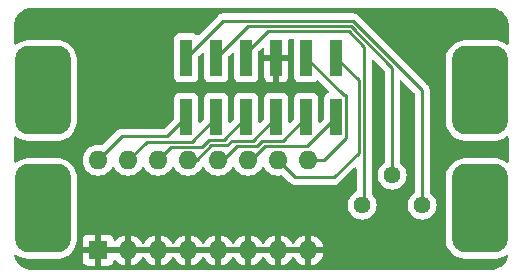
<source format=gbr>
%TF.GenerationSoftware,KiCad,Pcbnew,(6.0.11)*%
%TF.CreationDate,2024-01-24T12:45:58+00:00*%
%TF.ProjectId,Econet_ID_Extender_External,45636f6e-6574-45f4-9944-5f457874656e,rev?*%
%TF.SameCoordinates,Original*%
%TF.FileFunction,Copper,L2,Bot*%
%TF.FilePolarity,Positive*%
%FSLAX46Y46*%
G04 Gerber Fmt 4.6, Leading zero omitted, Abs format (unit mm)*
G04 Created by KiCad (PCBNEW (6.0.11)) date 2024-01-24 12:45:58*
%MOMM*%
%LPD*%
G01*
G04 APERTURE LIST*
G04 Aperture macros list*
%AMRoundRect*
0 Rectangle with rounded corners*
0 $1 Rounding radius*
0 $2 $3 $4 $5 $6 $7 $8 $9 X,Y pos of 4 corners*
0 Add a 4 corners polygon primitive as box body*
4,1,4,$2,$3,$4,$5,$6,$7,$8,$9,$2,$3,0*
0 Add four circle primitives for the rounded corners*
1,1,$1+$1,$2,$3*
1,1,$1+$1,$4,$5*
1,1,$1+$1,$6,$7*
1,1,$1+$1,$8,$9*
0 Add four rect primitives between the rounded corners*
20,1,$1+$1,$2,$3,$4,$5,0*
20,1,$1+$1,$4,$5,$6,$7,0*
20,1,$1+$1,$6,$7,$8,$9,0*
20,1,$1+$1,$8,$9,$2,$3,0*%
G04 Aperture macros list end*
%TA.AperFunction,ComponentPad*%
%ADD10RoundRect,1.190500X-1.190500X-2.559500X1.190500X-2.559500X1.190500X2.559500X-1.190500X2.559500X0*%
%TD*%
%TA.AperFunction,ComponentPad*%
%ADD11C,1.440000*%
%TD*%
%TA.AperFunction,ComponentPad*%
%ADD12R,1.600000X1.600000*%
%TD*%
%TA.AperFunction,ComponentPad*%
%ADD13O,1.600000X1.600000*%
%TD*%
%TA.AperFunction,SMDPad,CuDef*%
%ADD14R,1.000000X3.150000*%
%TD*%
%TA.AperFunction,Conductor*%
%ADD15C,0.250000*%
%TD*%
G04 APERTURE END LIST*
D10*
%TO.P,,*%
%TO.N,*%
X166767889Y-101530000D03*
%TD*%
%TO.P,,*%
%TO.N,*%
X129757889Y-101530000D03*
%TD*%
D11*
%TO.P,RV1,1,1*%
%TO.N,/E_AUD3*%
X161880000Y-101250782D03*
%TO.P,RV1,2,2*%
%TO.N,/E_AUD2*%
X159340000Y-98710782D03*
%TO.P,RV1,3,3*%
%TO.N,/E_AUD1*%
X156800000Y-101250782D03*
%TD*%
D12*
%TO.P,SW1,1*%
%TO.N,/E_GND*%
X134447496Y-105065782D03*
D13*
%TO.P,SW1,2*%
X136987496Y-105065782D03*
%TO.P,SW1,3*%
X139527496Y-105065782D03*
%TO.P,SW1,4*%
X142067496Y-105065782D03*
%TO.P,SW1,5*%
X144607496Y-105065782D03*
%TO.P,SW1,6*%
X147147496Y-105065782D03*
%TO.P,SW1,7*%
X149687496Y-105065782D03*
%TO.P,SW1,8*%
X152227496Y-105065782D03*
%TO.P,SW1,9*%
%TO.N,/E_SID_7*%
X152227496Y-97445782D03*
%TO.P,SW1,10*%
%TO.N,/E_SID_6*%
X149687496Y-97445782D03*
%TO.P,SW1,11*%
%TO.N,/E_SID_5*%
X147147496Y-97445782D03*
%TO.P,SW1,12*%
%TO.N,/E_SID_4*%
X144607496Y-97445782D03*
%TO.P,SW1,13*%
%TO.N,/E_SID_3*%
X142067496Y-97445782D03*
%TO.P,SW1,14*%
%TO.N,/E_SID_2*%
X139527496Y-97445782D03*
%TO.P,SW1,15*%
%TO.N,/E_SID_1*%
X136987496Y-97445782D03*
%TO.P,SW1,16*%
%TO.N,/E_SID_0*%
X134447496Y-97445782D03*
%TD*%
D10*
%TO.P,,*%
%TO.N,*%
X129757889Y-91530000D03*
%TD*%
%TO.P,,*%
%TO.N,*%
X166767889Y-91530000D03*
%TD*%
D14*
%TO.P,J1,1,Pin_1*%
%TO.N,/E_AUD3*%
X141912889Y-88773532D03*
%TO.P,J1,2,Pin_2*%
%TO.N,/E_SID_0*%
X141912889Y-93823532D03*
%TO.P,J1,3,Pin_3*%
%TO.N,/E_AUD2*%
X144452889Y-88773532D03*
%TO.P,J1,4,Pin_4*%
%TO.N,/E_SID_1*%
X144452889Y-93823532D03*
%TO.P,J1,5,Pin_5*%
%TO.N,/E_AUD1*%
X146992889Y-88773532D03*
%TO.P,J1,6,Pin_6*%
%TO.N,/E_SID_2*%
X146992889Y-93823532D03*
%TO.P,J1,7,Pin_7*%
%TO.N,/E_GND*%
X149532889Y-88773532D03*
%TO.P,J1,8,Pin_8*%
%TO.N,/E_SID_3*%
X149532889Y-93823532D03*
%TO.P,J1,9,Pin_9*%
%TO.N,/E_SID_7*%
X152072889Y-88773532D03*
%TO.P,J1,10,Pin_10*%
%TO.N,/E_SID_4*%
X152072889Y-93823532D03*
%TO.P,J1,11,Pin_11*%
%TO.N,/E_SID_6*%
X154612889Y-88773532D03*
%TO.P,J1,12,Pin_12*%
%TO.N,/E_SID_5*%
X154612889Y-93823532D03*
%TD*%
D15*
%TO.N,/E_AUD1*%
X156970000Y-101080782D02*
X156800000Y-101250782D01*
X156970000Y-87870000D02*
X156970000Y-101080782D01*
%TO.N,/E_AUD2*%
X159352496Y-89616806D02*
X159340000Y-89629302D01*
X159340000Y-89629302D02*
X159340000Y-98710782D01*
%TO.N,/E_AUD3*%
X161880000Y-91533612D02*
X161880000Y-101250782D01*
X161892496Y-91521116D02*
X161880000Y-91533612D01*
%TO.N,/E_AUD1*%
X156970000Y-101123278D02*
X156812496Y-101280782D01*
X146992889Y-88773532D02*
X146992889Y-88347111D01*
X155650000Y-86550000D02*
X156970000Y-87870000D01*
X146992889Y-88347111D02*
X148790000Y-86550000D01*
X148790000Y-86550000D02*
X155650000Y-86550000D01*
%TO.N,/E_AUD2*%
X147125922Y-86100499D02*
X155836189Y-86100499D01*
X144452889Y-88773532D02*
X147125922Y-86100499D01*
X155836189Y-86100499D02*
X159352496Y-89616806D01*
%TO.N,/E_AUD3*%
X156022378Y-85650998D02*
X161892496Y-91521116D01*
X141912889Y-88773532D02*
X145035423Y-85650998D01*
X145035423Y-85650998D02*
X156022378Y-85650998D01*
%TO.N,/E_SID_7*%
X155437889Y-95562111D02*
X153554218Y-97445782D01*
X155437889Y-91923532D02*
X155437889Y-95562111D01*
X152072889Y-88773532D02*
X155222889Y-91923532D01*
X155222889Y-91923532D02*
X155437889Y-91923532D01*
X153554218Y-97445782D02*
X152227496Y-97445782D01*
%TO.N,/E_SID_6*%
X154612889Y-88773532D02*
X156510000Y-90670643D01*
X151151714Y-98910000D02*
X149687496Y-97445782D01*
X156510000Y-96800000D02*
X154400000Y-98910000D01*
X154400000Y-98910000D02*
X151151714Y-98910000D01*
X156510000Y-90670643D02*
X156510000Y-96800000D01*
%TO.N,/E_SID_5*%
X152166421Y-96270000D02*
X148542801Y-96270000D01*
X154612889Y-93823532D02*
X152166421Y-96270000D01*
X148542801Y-96270000D02*
X147367019Y-97445782D01*
X147367019Y-97445782D02*
X147147496Y-97445782D01*
%TO.N,/E_SID_4*%
X148356612Y-95820499D02*
X147897111Y-96280000D01*
X150075922Y-95820499D02*
X148356612Y-95820499D01*
X147897111Y-96280000D02*
X146200000Y-96280000D01*
X145034218Y-97445782D02*
X144607496Y-97445782D01*
X152072889Y-93823532D02*
X150075922Y-95820499D01*
X146200000Y-96280000D02*
X145034218Y-97445782D01*
%TO.N,/E_SID_3*%
X145768172Y-95830499D02*
X145398671Y-96200000D01*
X145398671Y-96200000D02*
X144030000Y-96200000D01*
X144030000Y-96200000D02*
X142784218Y-97445782D01*
X142784218Y-97445782D02*
X142067496Y-97445782D01*
X147525922Y-95830499D02*
X145768172Y-95830499D01*
X149532889Y-93823532D02*
X147525922Y-95830499D01*
%TO.N,/E_SID_2*%
X143843811Y-95750499D02*
X143273528Y-96320782D01*
X143273528Y-96320782D02*
X140652496Y-96320782D01*
X146992889Y-93823532D02*
X145065922Y-95750499D01*
X145065922Y-95750499D02*
X143843811Y-95750499D01*
X140652496Y-96320782D02*
X139527496Y-97445782D01*
%TO.N,/E_SID_1*%
X144452889Y-93823532D02*
X142405140Y-95871281D01*
X142405140Y-95871281D02*
X138561997Y-95871281D01*
X138561997Y-95871281D02*
X136987496Y-97445782D01*
%TO.N,/E_SID_0*%
X136473278Y-95420000D02*
X134447496Y-97445782D01*
X140316421Y-95420000D02*
X136473278Y-95420000D01*
X141912889Y-93823532D02*
X140316421Y-95420000D01*
%TD*%
%TA.AperFunction,Conductor*%
%TO.N,/E_GND*%
G36*
X167685805Y-84545782D02*
G01*
X167700638Y-84548092D01*
X167700642Y-84548092D01*
X167709511Y-84549473D01*
X167724768Y-84547478D01*
X167750088Y-84546735D01*
X167868844Y-84555228D01*
X167919052Y-84558819D01*
X167936847Y-84561377D01*
X168127177Y-84602780D01*
X168144426Y-84607845D01*
X168145370Y-84608197D01*
X168326926Y-84675914D01*
X168343267Y-84683376D01*
X168514233Y-84776733D01*
X168529348Y-84786448D01*
X168685270Y-84903172D01*
X168698857Y-84914945D01*
X168836583Y-85052677D01*
X168848356Y-85066264D01*
X168965081Y-85222196D01*
X168974800Y-85237321D01*
X169068138Y-85408268D01*
X169075606Y-85424621D01*
X169143670Y-85607124D01*
X169148733Y-85624370D01*
X169190131Y-85814705D01*
X169192688Y-85832491D01*
X169204279Y-85994639D01*
X169203572Y-86011637D01*
X169203583Y-86011637D01*
X169203473Y-86020613D01*
X169202091Y-86029485D01*
X169203255Y-86038389D01*
X169206219Y-86061063D01*
X169207282Y-86077395D01*
X169207282Y-87530707D01*
X169187280Y-87598828D01*
X169133624Y-87645321D01*
X169063350Y-87655425D01*
X169006778Y-87632320D01*
X168858848Y-87523852D01*
X168654586Y-87417293D01*
X168633909Y-87406506D01*
X168633904Y-87406504D01*
X168629666Y-87404293D01*
X168385037Y-87320776D01*
X168380323Y-87319932D01*
X168380319Y-87319931D01*
X168264396Y-87299178D01*
X168130589Y-87275223D01*
X168104921Y-87273923D01*
X168058682Y-87271580D01*
X168058665Y-87271580D01*
X168057094Y-87271500D01*
X166797467Y-87271500D01*
X165478685Y-87271501D01*
X165402231Y-87275526D01*
X165398312Y-87276235D01*
X165398309Y-87276235D01*
X165152574Y-87320672D01*
X165152573Y-87320672D01*
X165147863Y-87321524D01*
X164903379Y-87405467D01*
X164674407Y-87525426D01*
X164670557Y-87528259D01*
X164670551Y-87528263D01*
X164470063Y-87675805D01*
X164470057Y-87675810D01*
X164466213Y-87678639D01*
X164283591Y-87861581D01*
X164130741Y-88070041D01*
X164128528Y-88074283D01*
X164044939Y-88234515D01*
X164011182Y-88299223D01*
X163927665Y-88543852D01*
X163882112Y-88798300D01*
X163878389Y-88871795D01*
X163878390Y-94188204D01*
X163882415Y-94264658D01*
X163928413Y-94519026D01*
X164012356Y-94763510D01*
X164132315Y-94992482D01*
X164135148Y-94996332D01*
X164135152Y-94996338D01*
X164282694Y-95196826D01*
X164282699Y-95196832D01*
X164285528Y-95200676D01*
X164468470Y-95383298D01*
X164676930Y-95536148D01*
X164681172Y-95538361D01*
X164901869Y-95653494D01*
X164901874Y-95653496D01*
X164906112Y-95655707D01*
X165150741Y-95739224D01*
X165155455Y-95740068D01*
X165155459Y-95740069D01*
X165269248Y-95760440D01*
X165405189Y-95784777D01*
X165430857Y-95786077D01*
X165477096Y-95788420D01*
X165477113Y-95788420D01*
X165478684Y-95788500D01*
X166738311Y-95788500D01*
X168057093Y-95788499D01*
X168133547Y-95784474D01*
X168137466Y-95783765D01*
X168137469Y-95783765D01*
X168383204Y-95739328D01*
X168383205Y-95739328D01*
X168387915Y-95738476D01*
X168632399Y-95654533D01*
X168861371Y-95534574D01*
X169006600Y-95427698D01*
X169073321Y-95403432D01*
X169142569Y-95419090D01*
X169192359Y-95469701D01*
X169207282Y-95529180D01*
X169207282Y-97530707D01*
X169187280Y-97598828D01*
X169133624Y-97645321D01*
X169063350Y-97655425D01*
X169006778Y-97632320D01*
X168858848Y-97523852D01*
X168854606Y-97521639D01*
X168633909Y-97406506D01*
X168633904Y-97406504D01*
X168629666Y-97404293D01*
X168385037Y-97320776D01*
X168380323Y-97319932D01*
X168380319Y-97319931D01*
X168264396Y-97299178D01*
X168130589Y-97275223D01*
X168104921Y-97273923D01*
X168058682Y-97271580D01*
X168058665Y-97271580D01*
X168057094Y-97271500D01*
X166797467Y-97271500D01*
X165478685Y-97271501D01*
X165402231Y-97275526D01*
X165398312Y-97276235D01*
X165398309Y-97276235D01*
X165152574Y-97320672D01*
X165152573Y-97320672D01*
X165147863Y-97321524D01*
X164903379Y-97405467D01*
X164674407Y-97525426D01*
X164670557Y-97528259D01*
X164670551Y-97528263D01*
X164470063Y-97675805D01*
X164470057Y-97675810D01*
X164466213Y-97678639D01*
X164283591Y-97861581D01*
X164130741Y-98070041D01*
X164128528Y-98074283D01*
X164013918Y-98293979D01*
X164011182Y-98299223D01*
X163927665Y-98543852D01*
X163882112Y-98798300D01*
X163878389Y-98871795D01*
X163878390Y-104188204D01*
X163882415Y-104264658D01*
X163883124Y-104268577D01*
X163883124Y-104268580D01*
X163925267Y-104501627D01*
X163928413Y-104519026D01*
X164012356Y-104763510D01*
X164132315Y-104992482D01*
X164135148Y-104996332D01*
X164135152Y-104996338D01*
X164282694Y-105196826D01*
X164282699Y-105196832D01*
X164285528Y-105200676D01*
X164468470Y-105383298D01*
X164676930Y-105536148D01*
X164681172Y-105538361D01*
X164901869Y-105653494D01*
X164901874Y-105653496D01*
X164906112Y-105655707D01*
X165150741Y-105739224D01*
X165155455Y-105740068D01*
X165155459Y-105740069D01*
X165271382Y-105760822D01*
X165405189Y-105784777D01*
X165430857Y-105786077D01*
X165477096Y-105788420D01*
X165477113Y-105788420D01*
X165478684Y-105788500D01*
X166738311Y-105788500D01*
X168057093Y-105788499D01*
X168133547Y-105784474D01*
X168137466Y-105783765D01*
X168137469Y-105783765D01*
X168383204Y-105739328D01*
X168383205Y-105739328D01*
X168387915Y-105738476D01*
X168632399Y-105654533D01*
X168861371Y-105534574D01*
X168865221Y-105531741D01*
X168865227Y-105531737D01*
X168965357Y-105458049D01*
X168966597Y-105457137D01*
X169033316Y-105432871D01*
X169102565Y-105448529D01*
X169152355Y-105499139D01*
X169166879Y-105568634D01*
X169164399Y-105585400D01*
X169159180Y-105609395D01*
X169148786Y-105657181D01*
X169148785Y-105657184D01*
X169143723Y-105674426D01*
X169101209Y-105788411D01*
X169075651Y-105856935D01*
X169068183Y-105873287D01*
X168974836Y-106044241D01*
X168965117Y-106059364D01*
X168848383Y-106215304D01*
X168836609Y-106228891D01*
X168698891Y-106366609D01*
X168685304Y-106378383D01*
X168529364Y-106495117D01*
X168514241Y-106504836D01*
X168343287Y-106598183D01*
X168326934Y-106605651D01*
X168144426Y-106673723D01*
X168127191Y-106678783D01*
X167936853Y-106720187D01*
X167919060Y-106722745D01*
X167757182Y-106734322D01*
X167739224Y-106733575D01*
X167730939Y-106733473D01*
X167722063Y-106732091D01*
X167713160Y-106733255D01*
X167713153Y-106733255D01*
X167690493Y-106736218D01*
X167674157Y-106737282D01*
X128859364Y-106737282D01*
X128839979Y-106735782D01*
X128825146Y-106733472D01*
X128825142Y-106733472D01*
X128816273Y-106732091D01*
X128801016Y-106734086D01*
X128775697Y-106734829D01*
X128606716Y-106722742D01*
X128588933Y-106720185D01*
X128398597Y-106678780D01*
X128381353Y-106673716D01*
X128198850Y-106605645D01*
X128182501Y-106598178D01*
X128011559Y-106504836D01*
X128011549Y-106504831D01*
X127996434Y-106495118D01*
X127840489Y-106378378D01*
X127826910Y-106366611D01*
X127794049Y-106333749D01*
X127689179Y-106228878D01*
X127677406Y-106215291D01*
X127560679Y-106059360D01*
X127550960Y-106044236D01*
X127477910Y-105910451D01*
X133139497Y-105910451D01*
X133139867Y-105917272D01*
X133145391Y-105968134D01*
X133149017Y-105983386D01*
X133194172Y-106103836D01*
X133202710Y-106119431D01*
X133279211Y-106221506D01*
X133291772Y-106234067D01*
X133393847Y-106310568D01*
X133409442Y-106319106D01*
X133529890Y-106364260D01*
X133545145Y-106367887D01*
X133596010Y-106373413D01*
X133602824Y-106373782D01*
X134175381Y-106373782D01*
X134190620Y-106369307D01*
X134191825Y-106367917D01*
X134193496Y-106360234D01*
X134193496Y-106355666D01*
X134701496Y-106355666D01*
X134705971Y-106370905D01*
X134707361Y-106372110D01*
X134715044Y-106373781D01*
X135292165Y-106373781D01*
X135298986Y-106373411D01*
X135349848Y-106367887D01*
X135365100Y-106364261D01*
X135485550Y-106319106D01*
X135501145Y-106310568D01*
X135603220Y-106234067D01*
X135615781Y-106221506D01*
X135692282Y-106119431D01*
X135700820Y-106103836D01*
X135745974Y-105983388D01*
X135749600Y-105968139D01*
X135750057Y-105963931D01*
X135751328Y-105960872D01*
X135751428Y-105960451D01*
X135751496Y-105960467D01*
X135777297Y-105898368D01*
X135835659Y-105857939D01*
X135906613Y-105855481D01*
X135967632Y-105891774D01*
X135978468Y-105905182D01*
X135985580Y-105913657D01*
X136139621Y-106067698D01*
X136148029Y-106074754D01*
X136326489Y-106199713D01*
X136335985Y-106205196D01*
X136533443Y-106297272D01*
X136543735Y-106301018D01*
X136715999Y-106347176D01*
X136730095Y-106346840D01*
X136733496Y-106338898D01*
X136733496Y-106333749D01*
X137241496Y-106333749D01*
X137245469Y-106347280D01*
X137254018Y-106348509D01*
X137431257Y-106301018D01*
X137441549Y-106297272D01*
X137639007Y-106205196D01*
X137648503Y-106199713D01*
X137826963Y-106074754D01*
X137835371Y-106067698D01*
X137989412Y-105913657D01*
X137996468Y-105905249D01*
X138121427Y-105726789D01*
X138126910Y-105717293D01*
X138143301Y-105682141D01*
X138190218Y-105628856D01*
X138258495Y-105609395D01*
X138326455Y-105629937D01*
X138371691Y-105682141D01*
X138388082Y-105717293D01*
X138393565Y-105726789D01*
X138518524Y-105905249D01*
X138525580Y-105913657D01*
X138679621Y-106067698D01*
X138688029Y-106074754D01*
X138866489Y-106199713D01*
X138875985Y-106205196D01*
X139073443Y-106297272D01*
X139083735Y-106301018D01*
X139255999Y-106347176D01*
X139270095Y-106346840D01*
X139273496Y-106338898D01*
X139273496Y-106333749D01*
X139781496Y-106333749D01*
X139785469Y-106347280D01*
X139794018Y-106348509D01*
X139971257Y-106301018D01*
X139981549Y-106297272D01*
X140179007Y-106205196D01*
X140188503Y-106199713D01*
X140366963Y-106074754D01*
X140375371Y-106067698D01*
X140529412Y-105913657D01*
X140536468Y-105905249D01*
X140661427Y-105726789D01*
X140666910Y-105717293D01*
X140683301Y-105682141D01*
X140730218Y-105628856D01*
X140798495Y-105609395D01*
X140866455Y-105629937D01*
X140911691Y-105682141D01*
X140928082Y-105717293D01*
X140933565Y-105726789D01*
X141058524Y-105905249D01*
X141065580Y-105913657D01*
X141219621Y-106067698D01*
X141228029Y-106074754D01*
X141406489Y-106199713D01*
X141415985Y-106205196D01*
X141613443Y-106297272D01*
X141623735Y-106301018D01*
X141795999Y-106347176D01*
X141810095Y-106346840D01*
X141813496Y-106338898D01*
X141813496Y-106333749D01*
X142321496Y-106333749D01*
X142325469Y-106347280D01*
X142334018Y-106348509D01*
X142511257Y-106301018D01*
X142521549Y-106297272D01*
X142719007Y-106205196D01*
X142728503Y-106199713D01*
X142906963Y-106074754D01*
X142915371Y-106067698D01*
X143069412Y-105913657D01*
X143076468Y-105905249D01*
X143201427Y-105726789D01*
X143206910Y-105717293D01*
X143223301Y-105682141D01*
X143270218Y-105628856D01*
X143338495Y-105609395D01*
X143406455Y-105629937D01*
X143451691Y-105682141D01*
X143468082Y-105717293D01*
X143473565Y-105726789D01*
X143598524Y-105905249D01*
X143605580Y-105913657D01*
X143759621Y-106067698D01*
X143768029Y-106074754D01*
X143946489Y-106199713D01*
X143955985Y-106205196D01*
X144153443Y-106297272D01*
X144163735Y-106301018D01*
X144335999Y-106347176D01*
X144350095Y-106346840D01*
X144353496Y-106338898D01*
X144353496Y-106333749D01*
X144861496Y-106333749D01*
X144865469Y-106347280D01*
X144874018Y-106348509D01*
X145051257Y-106301018D01*
X145061549Y-106297272D01*
X145259007Y-106205196D01*
X145268503Y-106199713D01*
X145446963Y-106074754D01*
X145455371Y-106067698D01*
X145609412Y-105913657D01*
X145616468Y-105905249D01*
X145741427Y-105726789D01*
X145746910Y-105717293D01*
X145763301Y-105682141D01*
X145810218Y-105628856D01*
X145878495Y-105609395D01*
X145946455Y-105629937D01*
X145991691Y-105682141D01*
X146008082Y-105717293D01*
X146013565Y-105726789D01*
X146138524Y-105905249D01*
X146145580Y-105913657D01*
X146299621Y-106067698D01*
X146308029Y-106074754D01*
X146486489Y-106199713D01*
X146495985Y-106205196D01*
X146693443Y-106297272D01*
X146703735Y-106301018D01*
X146875999Y-106347176D01*
X146890095Y-106346840D01*
X146893496Y-106338898D01*
X146893496Y-106333749D01*
X147401496Y-106333749D01*
X147405469Y-106347280D01*
X147414018Y-106348509D01*
X147591257Y-106301018D01*
X147601549Y-106297272D01*
X147799007Y-106205196D01*
X147808503Y-106199713D01*
X147986963Y-106074754D01*
X147995371Y-106067698D01*
X148149412Y-105913657D01*
X148156468Y-105905249D01*
X148281427Y-105726789D01*
X148286910Y-105717293D01*
X148303301Y-105682141D01*
X148350218Y-105628856D01*
X148418495Y-105609395D01*
X148486455Y-105629937D01*
X148531691Y-105682141D01*
X148548082Y-105717293D01*
X148553565Y-105726789D01*
X148678524Y-105905249D01*
X148685580Y-105913657D01*
X148839621Y-106067698D01*
X148848029Y-106074754D01*
X149026489Y-106199713D01*
X149035985Y-106205196D01*
X149233443Y-106297272D01*
X149243735Y-106301018D01*
X149415999Y-106347176D01*
X149430095Y-106346840D01*
X149433496Y-106338898D01*
X149433496Y-106333749D01*
X149941496Y-106333749D01*
X149945469Y-106347280D01*
X149954018Y-106348509D01*
X150131257Y-106301018D01*
X150141549Y-106297272D01*
X150339007Y-106205196D01*
X150348503Y-106199713D01*
X150526963Y-106074754D01*
X150535371Y-106067698D01*
X150689412Y-105913657D01*
X150696468Y-105905249D01*
X150821427Y-105726789D01*
X150826910Y-105717293D01*
X150843301Y-105682141D01*
X150890218Y-105628856D01*
X150958495Y-105609395D01*
X151026455Y-105629937D01*
X151071691Y-105682141D01*
X151088082Y-105717293D01*
X151093565Y-105726789D01*
X151218524Y-105905249D01*
X151225580Y-105913657D01*
X151379621Y-106067698D01*
X151388029Y-106074754D01*
X151566489Y-106199713D01*
X151575985Y-106205196D01*
X151773443Y-106297272D01*
X151783735Y-106301018D01*
X151955999Y-106347176D01*
X151970095Y-106346840D01*
X151973496Y-106338898D01*
X151973496Y-106333749D01*
X152481496Y-106333749D01*
X152485469Y-106347280D01*
X152494018Y-106348509D01*
X152671257Y-106301018D01*
X152681549Y-106297272D01*
X152879007Y-106205196D01*
X152888503Y-106199713D01*
X153066963Y-106074754D01*
X153075371Y-106067698D01*
X153229412Y-105913657D01*
X153236468Y-105905249D01*
X153361427Y-105726789D01*
X153366910Y-105717293D01*
X153458986Y-105519835D01*
X153462732Y-105509543D01*
X153508890Y-105337279D01*
X153508554Y-105323183D01*
X153500612Y-105319782D01*
X152499611Y-105319782D01*
X152484372Y-105324257D01*
X152483167Y-105325647D01*
X152481496Y-105333330D01*
X152481496Y-106333749D01*
X151973496Y-106333749D01*
X151973496Y-105337897D01*
X151969021Y-105322658D01*
X151967631Y-105321453D01*
X151959948Y-105319782D01*
X149959611Y-105319782D01*
X149944372Y-105324257D01*
X149943167Y-105325647D01*
X149941496Y-105333330D01*
X149941496Y-106333749D01*
X149433496Y-106333749D01*
X149433496Y-105337897D01*
X149429021Y-105322658D01*
X149427631Y-105321453D01*
X149419948Y-105319782D01*
X147419611Y-105319782D01*
X147404372Y-105324257D01*
X147403167Y-105325647D01*
X147401496Y-105333330D01*
X147401496Y-106333749D01*
X146893496Y-106333749D01*
X146893496Y-105337897D01*
X146889021Y-105322658D01*
X146887631Y-105321453D01*
X146879948Y-105319782D01*
X144879611Y-105319782D01*
X144864372Y-105324257D01*
X144863167Y-105325647D01*
X144861496Y-105333330D01*
X144861496Y-106333749D01*
X144353496Y-106333749D01*
X144353496Y-105337897D01*
X144349021Y-105322658D01*
X144347631Y-105321453D01*
X144339948Y-105319782D01*
X142339611Y-105319782D01*
X142324372Y-105324257D01*
X142323167Y-105325647D01*
X142321496Y-105333330D01*
X142321496Y-106333749D01*
X141813496Y-106333749D01*
X141813496Y-105337897D01*
X141809021Y-105322658D01*
X141807631Y-105321453D01*
X141799948Y-105319782D01*
X139799611Y-105319782D01*
X139784372Y-105324257D01*
X139783167Y-105325647D01*
X139781496Y-105333330D01*
X139781496Y-106333749D01*
X139273496Y-106333749D01*
X139273496Y-105337897D01*
X139269021Y-105322658D01*
X139267631Y-105321453D01*
X139259948Y-105319782D01*
X137259611Y-105319782D01*
X137244372Y-105324257D01*
X137243167Y-105325647D01*
X137241496Y-105333330D01*
X137241496Y-106333749D01*
X136733496Y-106333749D01*
X136733496Y-105337897D01*
X136729021Y-105322658D01*
X136727631Y-105321453D01*
X136719948Y-105319782D01*
X134719611Y-105319782D01*
X134704372Y-105324257D01*
X134703167Y-105325647D01*
X134701496Y-105333330D01*
X134701496Y-106355666D01*
X134193496Y-106355666D01*
X134193496Y-105337897D01*
X134189021Y-105322658D01*
X134187631Y-105321453D01*
X134179948Y-105319782D01*
X133157612Y-105319782D01*
X133142373Y-105324257D01*
X133141168Y-105325647D01*
X133139497Y-105333330D01*
X133139497Y-105910451D01*
X127477910Y-105910451D01*
X127457616Y-105873285D01*
X127450148Y-105856933D01*
X127398065Y-105717293D01*
X127382078Y-105674427D01*
X127377014Y-105657181D01*
X127376694Y-105655707D01*
X127370853Y-105628856D01*
X127361406Y-105585426D01*
X127366472Y-105514610D01*
X127409020Y-105457775D01*
X127475541Y-105432966D01*
X127544914Y-105448059D01*
X127559020Y-105457025D01*
X127666930Y-105536148D01*
X127671172Y-105538361D01*
X127891869Y-105653494D01*
X127891874Y-105653496D01*
X127896112Y-105655707D01*
X128140741Y-105739224D01*
X128145455Y-105740068D01*
X128145459Y-105740069D01*
X128261382Y-105760822D01*
X128395189Y-105784777D01*
X128420857Y-105786077D01*
X128467096Y-105788420D01*
X128467113Y-105788420D01*
X128468684Y-105788500D01*
X129728311Y-105788500D01*
X131047093Y-105788499D01*
X131123547Y-105784474D01*
X131127466Y-105783765D01*
X131127469Y-105783765D01*
X131373204Y-105739328D01*
X131373205Y-105739328D01*
X131377915Y-105738476D01*
X131622399Y-105654533D01*
X131851371Y-105534574D01*
X131855221Y-105531741D01*
X131855227Y-105531737D01*
X132055715Y-105384195D01*
X132055721Y-105384190D01*
X132059565Y-105381361D01*
X132242187Y-105198419D01*
X132395037Y-104989959D01*
X132488860Y-104810111D01*
X132497438Y-104793667D01*
X133139496Y-104793667D01*
X133143971Y-104808906D01*
X133145361Y-104810111D01*
X133153044Y-104811782D01*
X134175381Y-104811782D01*
X134190620Y-104807307D01*
X134191825Y-104805917D01*
X134193496Y-104798234D01*
X134193496Y-104793667D01*
X134701496Y-104793667D01*
X134705971Y-104808906D01*
X134707361Y-104810111D01*
X134715044Y-104811782D01*
X136715381Y-104811782D01*
X136730620Y-104807307D01*
X136731825Y-104805917D01*
X136733496Y-104798234D01*
X136733496Y-104793667D01*
X137241496Y-104793667D01*
X137245971Y-104808906D01*
X137247361Y-104810111D01*
X137255044Y-104811782D01*
X139255381Y-104811782D01*
X139270620Y-104807307D01*
X139271825Y-104805917D01*
X139273496Y-104798234D01*
X139273496Y-104793667D01*
X139781496Y-104793667D01*
X139785971Y-104808906D01*
X139787361Y-104810111D01*
X139795044Y-104811782D01*
X141795381Y-104811782D01*
X141810620Y-104807307D01*
X141811825Y-104805917D01*
X141813496Y-104798234D01*
X141813496Y-104793667D01*
X142321496Y-104793667D01*
X142325971Y-104808906D01*
X142327361Y-104810111D01*
X142335044Y-104811782D01*
X144335381Y-104811782D01*
X144350620Y-104807307D01*
X144351825Y-104805917D01*
X144353496Y-104798234D01*
X144353496Y-104793667D01*
X144861496Y-104793667D01*
X144865971Y-104808906D01*
X144867361Y-104810111D01*
X144875044Y-104811782D01*
X146875381Y-104811782D01*
X146890620Y-104807307D01*
X146891825Y-104805917D01*
X146893496Y-104798234D01*
X146893496Y-104793667D01*
X147401496Y-104793667D01*
X147405971Y-104808906D01*
X147407361Y-104810111D01*
X147415044Y-104811782D01*
X149415381Y-104811782D01*
X149430620Y-104807307D01*
X149431825Y-104805917D01*
X149433496Y-104798234D01*
X149433496Y-104793667D01*
X149941496Y-104793667D01*
X149945971Y-104808906D01*
X149947361Y-104810111D01*
X149955044Y-104811782D01*
X151955381Y-104811782D01*
X151970620Y-104807307D01*
X151971825Y-104805917D01*
X151973496Y-104798234D01*
X151973496Y-104793667D01*
X152481496Y-104793667D01*
X152485971Y-104808906D01*
X152487361Y-104810111D01*
X152495044Y-104811782D01*
X153495463Y-104811782D01*
X153508994Y-104807809D01*
X153510223Y-104799260D01*
X153462732Y-104622021D01*
X153458986Y-104611729D01*
X153366910Y-104414271D01*
X153361427Y-104404775D01*
X153236468Y-104226315D01*
X153229412Y-104217907D01*
X153075371Y-104063866D01*
X153066963Y-104056810D01*
X152888503Y-103931851D01*
X152879007Y-103926368D01*
X152681549Y-103834292D01*
X152671257Y-103830546D01*
X152498993Y-103784388D01*
X152484897Y-103784724D01*
X152481496Y-103792666D01*
X152481496Y-104793667D01*
X151973496Y-104793667D01*
X151973496Y-103797815D01*
X151969523Y-103784284D01*
X151960974Y-103783055D01*
X151783735Y-103830546D01*
X151773443Y-103834292D01*
X151575985Y-103926368D01*
X151566489Y-103931851D01*
X151388029Y-104056810D01*
X151379621Y-104063866D01*
X151225580Y-104217907D01*
X151218524Y-104226315D01*
X151093565Y-104404775D01*
X151088082Y-104414271D01*
X151071691Y-104449423D01*
X151024774Y-104502708D01*
X150956497Y-104522169D01*
X150888537Y-104501627D01*
X150843301Y-104449423D01*
X150826910Y-104414271D01*
X150821427Y-104404775D01*
X150696468Y-104226315D01*
X150689412Y-104217907D01*
X150535371Y-104063866D01*
X150526963Y-104056810D01*
X150348503Y-103931851D01*
X150339007Y-103926368D01*
X150141549Y-103834292D01*
X150131257Y-103830546D01*
X149958993Y-103784388D01*
X149944897Y-103784724D01*
X149941496Y-103792666D01*
X149941496Y-104793667D01*
X149433496Y-104793667D01*
X149433496Y-103797815D01*
X149429523Y-103784284D01*
X149420974Y-103783055D01*
X149243735Y-103830546D01*
X149233443Y-103834292D01*
X149035985Y-103926368D01*
X149026489Y-103931851D01*
X148848029Y-104056810D01*
X148839621Y-104063866D01*
X148685580Y-104217907D01*
X148678524Y-104226315D01*
X148553565Y-104404775D01*
X148548082Y-104414271D01*
X148531691Y-104449423D01*
X148484774Y-104502708D01*
X148416497Y-104522169D01*
X148348537Y-104501627D01*
X148303301Y-104449423D01*
X148286910Y-104414271D01*
X148281427Y-104404775D01*
X148156468Y-104226315D01*
X148149412Y-104217907D01*
X147995371Y-104063866D01*
X147986963Y-104056810D01*
X147808503Y-103931851D01*
X147799007Y-103926368D01*
X147601549Y-103834292D01*
X147591257Y-103830546D01*
X147418993Y-103784388D01*
X147404897Y-103784724D01*
X147401496Y-103792666D01*
X147401496Y-104793667D01*
X146893496Y-104793667D01*
X146893496Y-103797815D01*
X146889523Y-103784284D01*
X146880974Y-103783055D01*
X146703735Y-103830546D01*
X146693443Y-103834292D01*
X146495985Y-103926368D01*
X146486489Y-103931851D01*
X146308029Y-104056810D01*
X146299621Y-104063866D01*
X146145580Y-104217907D01*
X146138524Y-104226315D01*
X146013565Y-104404775D01*
X146008082Y-104414271D01*
X145991691Y-104449423D01*
X145944774Y-104502708D01*
X145876497Y-104522169D01*
X145808537Y-104501627D01*
X145763301Y-104449423D01*
X145746910Y-104414271D01*
X145741427Y-104404775D01*
X145616468Y-104226315D01*
X145609412Y-104217907D01*
X145455371Y-104063866D01*
X145446963Y-104056810D01*
X145268503Y-103931851D01*
X145259007Y-103926368D01*
X145061549Y-103834292D01*
X145051257Y-103830546D01*
X144878993Y-103784388D01*
X144864897Y-103784724D01*
X144861496Y-103792666D01*
X144861496Y-104793667D01*
X144353496Y-104793667D01*
X144353496Y-103797815D01*
X144349523Y-103784284D01*
X144340974Y-103783055D01*
X144163735Y-103830546D01*
X144153443Y-103834292D01*
X143955985Y-103926368D01*
X143946489Y-103931851D01*
X143768029Y-104056810D01*
X143759621Y-104063866D01*
X143605580Y-104217907D01*
X143598524Y-104226315D01*
X143473565Y-104404775D01*
X143468082Y-104414271D01*
X143451691Y-104449423D01*
X143404774Y-104502708D01*
X143336497Y-104522169D01*
X143268537Y-104501627D01*
X143223301Y-104449423D01*
X143206910Y-104414271D01*
X143201427Y-104404775D01*
X143076468Y-104226315D01*
X143069412Y-104217907D01*
X142915371Y-104063866D01*
X142906963Y-104056810D01*
X142728503Y-103931851D01*
X142719007Y-103926368D01*
X142521549Y-103834292D01*
X142511257Y-103830546D01*
X142338993Y-103784388D01*
X142324897Y-103784724D01*
X142321496Y-103792666D01*
X142321496Y-104793667D01*
X141813496Y-104793667D01*
X141813496Y-103797815D01*
X141809523Y-103784284D01*
X141800974Y-103783055D01*
X141623735Y-103830546D01*
X141613443Y-103834292D01*
X141415985Y-103926368D01*
X141406489Y-103931851D01*
X141228029Y-104056810D01*
X141219621Y-104063866D01*
X141065580Y-104217907D01*
X141058524Y-104226315D01*
X140933565Y-104404775D01*
X140928082Y-104414271D01*
X140911691Y-104449423D01*
X140864774Y-104502708D01*
X140796497Y-104522169D01*
X140728537Y-104501627D01*
X140683301Y-104449423D01*
X140666910Y-104414271D01*
X140661427Y-104404775D01*
X140536468Y-104226315D01*
X140529412Y-104217907D01*
X140375371Y-104063866D01*
X140366963Y-104056810D01*
X140188503Y-103931851D01*
X140179007Y-103926368D01*
X139981549Y-103834292D01*
X139971257Y-103830546D01*
X139798993Y-103784388D01*
X139784897Y-103784724D01*
X139781496Y-103792666D01*
X139781496Y-104793667D01*
X139273496Y-104793667D01*
X139273496Y-103797815D01*
X139269523Y-103784284D01*
X139260974Y-103783055D01*
X139083735Y-103830546D01*
X139073443Y-103834292D01*
X138875985Y-103926368D01*
X138866489Y-103931851D01*
X138688029Y-104056810D01*
X138679621Y-104063866D01*
X138525580Y-104217907D01*
X138518524Y-104226315D01*
X138393565Y-104404775D01*
X138388082Y-104414271D01*
X138371691Y-104449423D01*
X138324774Y-104502708D01*
X138256497Y-104522169D01*
X138188537Y-104501627D01*
X138143301Y-104449423D01*
X138126910Y-104414271D01*
X138121427Y-104404775D01*
X137996468Y-104226315D01*
X137989412Y-104217907D01*
X137835371Y-104063866D01*
X137826963Y-104056810D01*
X137648503Y-103931851D01*
X137639007Y-103926368D01*
X137441549Y-103834292D01*
X137431257Y-103830546D01*
X137258993Y-103784388D01*
X137244897Y-103784724D01*
X137241496Y-103792666D01*
X137241496Y-104793667D01*
X136733496Y-104793667D01*
X136733496Y-103797815D01*
X136729523Y-103784284D01*
X136720974Y-103783055D01*
X136543735Y-103830546D01*
X136533443Y-103834292D01*
X136335985Y-103926368D01*
X136326489Y-103931851D01*
X136148029Y-104056810D01*
X136139621Y-104063866D01*
X135985580Y-104217907D01*
X135974989Y-104230528D01*
X135974139Y-104229814D01*
X135923074Y-104270630D01*
X135852455Y-104277938D01*
X135789095Y-104245905D01*
X135753111Y-104184703D01*
X135750058Y-104167637D01*
X135749601Y-104163429D01*
X135745975Y-104148178D01*
X135700820Y-104027728D01*
X135692282Y-104012133D01*
X135615781Y-103910058D01*
X135603220Y-103897497D01*
X135501145Y-103820996D01*
X135485550Y-103812458D01*
X135365102Y-103767304D01*
X135349847Y-103763677D01*
X135298982Y-103758151D01*
X135292168Y-103757782D01*
X134719611Y-103757782D01*
X134704372Y-103762257D01*
X134703167Y-103763647D01*
X134701496Y-103771330D01*
X134701496Y-104793667D01*
X134193496Y-104793667D01*
X134193496Y-103775898D01*
X134189021Y-103760659D01*
X134187631Y-103759454D01*
X134179948Y-103757783D01*
X133602827Y-103757783D01*
X133596006Y-103758153D01*
X133545144Y-103763677D01*
X133529892Y-103767303D01*
X133409442Y-103812458D01*
X133393847Y-103820996D01*
X133291772Y-103897497D01*
X133279211Y-103910058D01*
X133202710Y-104012133D01*
X133194172Y-104027728D01*
X133149018Y-104148176D01*
X133145391Y-104163431D01*
X133139865Y-104214296D01*
X133139496Y-104221110D01*
X133139496Y-104793667D01*
X132497438Y-104793667D01*
X132512383Y-104765020D01*
X132512385Y-104765015D01*
X132514596Y-104760777D01*
X132598113Y-104516148D01*
X132643666Y-104261700D01*
X132645281Y-104229814D01*
X132647309Y-104189793D01*
X132647309Y-104189776D01*
X132647389Y-104188205D01*
X132647388Y-98871796D01*
X132643363Y-98795342D01*
X132633234Y-98739325D01*
X132598217Y-98545685D01*
X132598217Y-98545684D01*
X132597365Y-98540974D01*
X132513422Y-98296490D01*
X132393463Y-98067518D01*
X132390630Y-98063668D01*
X132390626Y-98063662D01*
X132243084Y-97863174D01*
X132243079Y-97863168D01*
X132240250Y-97859324D01*
X132057308Y-97676702D01*
X131848848Y-97523852D01*
X131844606Y-97521639D01*
X131699197Y-97445782D01*
X133133998Y-97445782D01*
X133153953Y-97673869D01*
X133155377Y-97679182D01*
X133155377Y-97679184D01*
X133208430Y-97877177D01*
X133213212Y-97895025D01*
X133215535Y-97900006D01*
X133215535Y-97900007D01*
X133307647Y-98097544D01*
X133307650Y-98097549D01*
X133309973Y-98102531D01*
X133353438Y-98164605D01*
X133431788Y-98276500D01*
X133441298Y-98290082D01*
X133603196Y-98451980D01*
X133607704Y-98455137D01*
X133607707Y-98455139D01*
X133659386Y-98491325D01*
X133790747Y-98583305D01*
X133795729Y-98585628D01*
X133795734Y-98585631D01*
X133993271Y-98677743D01*
X133998253Y-98680066D01*
X134003561Y-98681488D01*
X134003563Y-98681489D01*
X134214094Y-98737901D01*
X134214096Y-98737901D01*
X134219409Y-98739325D01*
X134447496Y-98759280D01*
X134675583Y-98739325D01*
X134680896Y-98737901D01*
X134680898Y-98737901D01*
X134891429Y-98681489D01*
X134891431Y-98681488D01*
X134896739Y-98680066D01*
X134901721Y-98677743D01*
X135099258Y-98585631D01*
X135099263Y-98585628D01*
X135104245Y-98583305D01*
X135235606Y-98491325D01*
X135287285Y-98455139D01*
X135287288Y-98455137D01*
X135291796Y-98451980D01*
X135453694Y-98290082D01*
X135463205Y-98276500D01*
X135541554Y-98164605D01*
X135585019Y-98102531D01*
X135587342Y-98097549D01*
X135587345Y-98097544D01*
X135603301Y-98063325D01*
X135650218Y-98010040D01*
X135718495Y-97990579D01*
X135786455Y-98011121D01*
X135831691Y-98063325D01*
X135847647Y-98097544D01*
X135847650Y-98097549D01*
X135849973Y-98102531D01*
X135893438Y-98164605D01*
X135971788Y-98276500D01*
X135981298Y-98290082D01*
X136143196Y-98451980D01*
X136147704Y-98455137D01*
X136147707Y-98455139D01*
X136199386Y-98491325D01*
X136330747Y-98583305D01*
X136335729Y-98585628D01*
X136335734Y-98585631D01*
X136533271Y-98677743D01*
X136538253Y-98680066D01*
X136543561Y-98681488D01*
X136543563Y-98681489D01*
X136754094Y-98737901D01*
X136754096Y-98737901D01*
X136759409Y-98739325D01*
X136987496Y-98759280D01*
X137215583Y-98739325D01*
X137220896Y-98737901D01*
X137220898Y-98737901D01*
X137431429Y-98681489D01*
X137431431Y-98681488D01*
X137436739Y-98680066D01*
X137441721Y-98677743D01*
X137639258Y-98585631D01*
X137639263Y-98585628D01*
X137644245Y-98583305D01*
X137775606Y-98491325D01*
X137827285Y-98455139D01*
X137827288Y-98455137D01*
X137831796Y-98451980D01*
X137993694Y-98290082D01*
X138003205Y-98276500D01*
X138081554Y-98164605D01*
X138125019Y-98102531D01*
X138127342Y-98097549D01*
X138127345Y-98097544D01*
X138143301Y-98063325D01*
X138190218Y-98010040D01*
X138258495Y-97990579D01*
X138326455Y-98011121D01*
X138371691Y-98063325D01*
X138387647Y-98097544D01*
X138387650Y-98097549D01*
X138389973Y-98102531D01*
X138433438Y-98164605D01*
X138511788Y-98276500D01*
X138521298Y-98290082D01*
X138683196Y-98451980D01*
X138687704Y-98455137D01*
X138687707Y-98455139D01*
X138739386Y-98491325D01*
X138870747Y-98583305D01*
X138875729Y-98585628D01*
X138875734Y-98585631D01*
X139073271Y-98677743D01*
X139078253Y-98680066D01*
X139083561Y-98681488D01*
X139083563Y-98681489D01*
X139294094Y-98737901D01*
X139294096Y-98737901D01*
X139299409Y-98739325D01*
X139527496Y-98759280D01*
X139755583Y-98739325D01*
X139760896Y-98737901D01*
X139760898Y-98737901D01*
X139971429Y-98681489D01*
X139971431Y-98681488D01*
X139976739Y-98680066D01*
X139981721Y-98677743D01*
X140179258Y-98585631D01*
X140179263Y-98585628D01*
X140184245Y-98583305D01*
X140315606Y-98491325D01*
X140367285Y-98455139D01*
X140367288Y-98455137D01*
X140371796Y-98451980D01*
X140533694Y-98290082D01*
X140543205Y-98276500D01*
X140621554Y-98164605D01*
X140665019Y-98102531D01*
X140667342Y-98097549D01*
X140667345Y-98097544D01*
X140683301Y-98063325D01*
X140730218Y-98010040D01*
X140798495Y-97990579D01*
X140866455Y-98011121D01*
X140911691Y-98063325D01*
X140927647Y-98097544D01*
X140927650Y-98097549D01*
X140929973Y-98102531D01*
X140973438Y-98164605D01*
X141051788Y-98276500D01*
X141061298Y-98290082D01*
X141223196Y-98451980D01*
X141227704Y-98455137D01*
X141227707Y-98455139D01*
X141279386Y-98491325D01*
X141410747Y-98583305D01*
X141415729Y-98585628D01*
X141415734Y-98585631D01*
X141613271Y-98677743D01*
X141618253Y-98680066D01*
X141623561Y-98681488D01*
X141623563Y-98681489D01*
X141834094Y-98737901D01*
X141834096Y-98737901D01*
X141839409Y-98739325D01*
X142067496Y-98759280D01*
X142295583Y-98739325D01*
X142300896Y-98737901D01*
X142300898Y-98737901D01*
X142511429Y-98681489D01*
X142511431Y-98681488D01*
X142516739Y-98680066D01*
X142521721Y-98677743D01*
X142719258Y-98585631D01*
X142719263Y-98585628D01*
X142724245Y-98583305D01*
X142855606Y-98491325D01*
X142907285Y-98455139D01*
X142907288Y-98455137D01*
X142911796Y-98451980D01*
X143073694Y-98290082D01*
X143083205Y-98276500D01*
X143161554Y-98164605D01*
X143205019Y-98102531D01*
X143207342Y-98097549D01*
X143207345Y-98097544D01*
X143223301Y-98063325D01*
X143270218Y-98010040D01*
X143338495Y-97990579D01*
X143406455Y-98011121D01*
X143451691Y-98063325D01*
X143467647Y-98097544D01*
X143467650Y-98097549D01*
X143469973Y-98102531D01*
X143513438Y-98164605D01*
X143591788Y-98276500D01*
X143601298Y-98290082D01*
X143763196Y-98451980D01*
X143767704Y-98455137D01*
X143767707Y-98455139D01*
X143819386Y-98491325D01*
X143950747Y-98583305D01*
X143955729Y-98585628D01*
X143955734Y-98585631D01*
X144153271Y-98677743D01*
X144158253Y-98680066D01*
X144163561Y-98681488D01*
X144163563Y-98681489D01*
X144374094Y-98737901D01*
X144374096Y-98737901D01*
X144379409Y-98739325D01*
X144607496Y-98759280D01*
X144835583Y-98739325D01*
X144840896Y-98737901D01*
X144840898Y-98737901D01*
X145051429Y-98681489D01*
X145051431Y-98681488D01*
X145056739Y-98680066D01*
X145061721Y-98677743D01*
X145259258Y-98585631D01*
X145259263Y-98585628D01*
X145264245Y-98583305D01*
X145395606Y-98491325D01*
X145447285Y-98455139D01*
X145447288Y-98455137D01*
X145451796Y-98451980D01*
X145613694Y-98290082D01*
X145623205Y-98276500D01*
X145701554Y-98164605D01*
X145745019Y-98102531D01*
X145747342Y-98097549D01*
X145747345Y-98097544D01*
X145763301Y-98063325D01*
X145810218Y-98010040D01*
X145878495Y-97990579D01*
X145946455Y-98011121D01*
X145991691Y-98063325D01*
X146007647Y-98097544D01*
X146007650Y-98097549D01*
X146009973Y-98102531D01*
X146053438Y-98164605D01*
X146131788Y-98276500D01*
X146141298Y-98290082D01*
X146303196Y-98451980D01*
X146307704Y-98455137D01*
X146307707Y-98455139D01*
X146359386Y-98491325D01*
X146490747Y-98583305D01*
X146495729Y-98585628D01*
X146495734Y-98585631D01*
X146693271Y-98677743D01*
X146698253Y-98680066D01*
X146703561Y-98681488D01*
X146703563Y-98681489D01*
X146914094Y-98737901D01*
X146914096Y-98737901D01*
X146919409Y-98739325D01*
X147147496Y-98759280D01*
X147375583Y-98739325D01*
X147380896Y-98737901D01*
X147380898Y-98737901D01*
X147591429Y-98681489D01*
X147591431Y-98681488D01*
X147596739Y-98680066D01*
X147601721Y-98677743D01*
X147799258Y-98585631D01*
X147799263Y-98585628D01*
X147804245Y-98583305D01*
X147935606Y-98491325D01*
X147987285Y-98455139D01*
X147987288Y-98455137D01*
X147991796Y-98451980D01*
X148153694Y-98290082D01*
X148163205Y-98276500D01*
X148241554Y-98164605D01*
X148285019Y-98102531D01*
X148287342Y-98097549D01*
X148287345Y-98097544D01*
X148303301Y-98063325D01*
X148350218Y-98010040D01*
X148418495Y-97990579D01*
X148486455Y-98011121D01*
X148531691Y-98063325D01*
X148547647Y-98097544D01*
X148547650Y-98097549D01*
X148549973Y-98102531D01*
X148593438Y-98164605D01*
X148671788Y-98276500D01*
X148681298Y-98290082D01*
X148843196Y-98451980D01*
X148847704Y-98455137D01*
X148847707Y-98455139D01*
X148899386Y-98491325D01*
X149030747Y-98583305D01*
X149035729Y-98585628D01*
X149035734Y-98585631D01*
X149233271Y-98677743D01*
X149238253Y-98680066D01*
X149243561Y-98681488D01*
X149243563Y-98681489D01*
X149454094Y-98737901D01*
X149454096Y-98737901D01*
X149459409Y-98739325D01*
X149687496Y-98759280D01*
X149915583Y-98739325D01*
X149920888Y-98737903D01*
X149920902Y-98737901D01*
X149979035Y-98722323D01*
X150050012Y-98724011D01*
X150100744Y-98754934D01*
X150648067Y-99302258D01*
X150655601Y-99310537D01*
X150659714Y-99317018D01*
X150680809Y-99336827D01*
X150709365Y-99363643D01*
X150712207Y-99366398D01*
X150731944Y-99386135D01*
X150735141Y-99388615D01*
X150744161Y-99396318D01*
X150776393Y-99426586D01*
X150783339Y-99430405D01*
X150783342Y-99430407D01*
X150794148Y-99436348D01*
X150810667Y-99447199D01*
X150826673Y-99459614D01*
X150833942Y-99462759D01*
X150833946Y-99462762D01*
X150867251Y-99477174D01*
X150877901Y-99482391D01*
X150916654Y-99503695D01*
X150924329Y-99505666D01*
X150924330Y-99505666D01*
X150936276Y-99508733D01*
X150954981Y-99515137D01*
X150973569Y-99523181D01*
X150981392Y-99524420D01*
X150981402Y-99524423D01*
X151017238Y-99530099D01*
X151028858Y-99532505D01*
X151060673Y-99540673D01*
X151071684Y-99543500D01*
X151091938Y-99543500D01*
X151111648Y-99545051D01*
X151131657Y-99548220D01*
X151139549Y-99547474D01*
X151158294Y-99545702D01*
X151175676Y-99544059D01*
X151187533Y-99543500D01*
X154321233Y-99543500D01*
X154332416Y-99544027D01*
X154339909Y-99545702D01*
X154347835Y-99545453D01*
X154347836Y-99545453D01*
X154407986Y-99543562D01*
X154411945Y-99543500D01*
X154439856Y-99543500D01*
X154443791Y-99543003D01*
X154443856Y-99542995D01*
X154455693Y-99542062D01*
X154487951Y-99541048D01*
X154491970Y-99540922D01*
X154499889Y-99540673D01*
X154519343Y-99535021D01*
X154538700Y-99531013D01*
X154550930Y-99529468D01*
X154550931Y-99529468D01*
X154558797Y-99528474D01*
X154566168Y-99525555D01*
X154566170Y-99525555D01*
X154599912Y-99512196D01*
X154611142Y-99508351D01*
X154645983Y-99498229D01*
X154645984Y-99498229D01*
X154653593Y-99496018D01*
X154660412Y-99491985D01*
X154660417Y-99491983D01*
X154671028Y-99485707D01*
X154688776Y-99477012D01*
X154707617Y-99469552D01*
X154743387Y-99443564D01*
X154753307Y-99437048D01*
X154784535Y-99418580D01*
X154784538Y-99418578D01*
X154791362Y-99414542D01*
X154805683Y-99400221D01*
X154820717Y-99387380D01*
X154830694Y-99380131D01*
X154837107Y-99375472D01*
X154865298Y-99341395D01*
X154873288Y-99332616D01*
X156121405Y-98084499D01*
X156183717Y-98050473D01*
X156254532Y-98055538D01*
X156311368Y-98098085D01*
X156336179Y-98164605D01*
X156336500Y-98173594D01*
X156336500Y-100031145D01*
X156316498Y-100099266D01*
X156263750Y-100145340D01*
X156188385Y-100180483D01*
X156188382Y-100180485D01*
X156183404Y-100182806D01*
X156007319Y-100306101D01*
X155855319Y-100458101D01*
X155732024Y-100634186D01*
X155641178Y-100829005D01*
X155585542Y-101036640D01*
X155566807Y-101250782D01*
X155585542Y-101464924D01*
X155641178Y-101672559D01*
X155732024Y-101867378D01*
X155855319Y-102043463D01*
X156007319Y-102195463D01*
X156183403Y-102318758D01*
X156188381Y-102321079D01*
X156188384Y-102321081D01*
X156373241Y-102407281D01*
X156378223Y-102409604D01*
X156383531Y-102411026D01*
X156383533Y-102411027D01*
X156580543Y-102463816D01*
X156580545Y-102463816D01*
X156585858Y-102465240D01*
X156800000Y-102483975D01*
X157014142Y-102465240D01*
X157019455Y-102463816D01*
X157019457Y-102463816D01*
X157216467Y-102411027D01*
X157216469Y-102411026D01*
X157221777Y-102409604D01*
X157226759Y-102407281D01*
X157411616Y-102321081D01*
X157411619Y-102321079D01*
X157416597Y-102318758D01*
X157592681Y-102195463D01*
X157744681Y-102043463D01*
X157867976Y-101867378D01*
X157958822Y-101672559D01*
X158014458Y-101464924D01*
X158033193Y-101250782D01*
X158014458Y-101036640D01*
X157958822Y-100829005D01*
X157867976Y-100634186D01*
X157744681Y-100458101D01*
X157640405Y-100353825D01*
X157606379Y-100291513D01*
X157603500Y-100264730D01*
X157603500Y-89067905D01*
X157623502Y-88999784D01*
X157677158Y-88953291D01*
X157747432Y-88943187D01*
X157812012Y-88972681D01*
X157818595Y-88978810D01*
X158669595Y-89829810D01*
X158703621Y-89892122D01*
X158706500Y-89918905D01*
X158706500Y-97589051D01*
X158686498Y-97657172D01*
X158652770Y-97692264D01*
X158547319Y-97766101D01*
X158395319Y-97918101D01*
X158272024Y-98094186D01*
X158269703Y-98099164D01*
X158269701Y-98099167D01*
X158204218Y-98239595D01*
X158181178Y-98289005D01*
X158125542Y-98496640D01*
X158106807Y-98710782D01*
X158125542Y-98924924D01*
X158181178Y-99132559D01*
X158183500Y-99137539D01*
X158183501Y-99137541D01*
X158264404Y-99311036D01*
X158272024Y-99327378D01*
X158395319Y-99503463D01*
X158547319Y-99655463D01*
X158723403Y-99778758D01*
X158728381Y-99781079D01*
X158728384Y-99781081D01*
X158913241Y-99867281D01*
X158918223Y-99869604D01*
X158923531Y-99871026D01*
X158923533Y-99871027D01*
X159120543Y-99923816D01*
X159120545Y-99923816D01*
X159125858Y-99925240D01*
X159340000Y-99943975D01*
X159554142Y-99925240D01*
X159559455Y-99923816D01*
X159559457Y-99923816D01*
X159756467Y-99871027D01*
X159756469Y-99871026D01*
X159761777Y-99869604D01*
X159766759Y-99867281D01*
X159951616Y-99781081D01*
X159951619Y-99781079D01*
X159956597Y-99778758D01*
X160132681Y-99655463D01*
X160284681Y-99503463D01*
X160407976Y-99327378D01*
X160415597Y-99311036D01*
X160496499Y-99137541D01*
X160496500Y-99137539D01*
X160498822Y-99132559D01*
X160554458Y-98924924D01*
X160573193Y-98710782D01*
X160554458Y-98496640D01*
X160498822Y-98289005D01*
X160475782Y-98239595D01*
X160410299Y-98099167D01*
X160410297Y-98099164D01*
X160407976Y-98094186D01*
X160284681Y-97918101D01*
X160132681Y-97766101D01*
X160027230Y-97692264D01*
X159982901Y-97636807D01*
X159973500Y-97589051D01*
X159973500Y-90802214D01*
X159993502Y-90734093D01*
X160047158Y-90687600D01*
X160117432Y-90677496D01*
X160182012Y-90706990D01*
X160188595Y-90713119D01*
X161209595Y-91734119D01*
X161243621Y-91796431D01*
X161246500Y-91823214D01*
X161246500Y-100129051D01*
X161226498Y-100197172D01*
X161192770Y-100232264D01*
X161087319Y-100306101D01*
X160935319Y-100458101D01*
X160812024Y-100634186D01*
X160721178Y-100829005D01*
X160665542Y-101036640D01*
X160646807Y-101250782D01*
X160665542Y-101464924D01*
X160721178Y-101672559D01*
X160812024Y-101867378D01*
X160935319Y-102043463D01*
X161087319Y-102195463D01*
X161263403Y-102318758D01*
X161268381Y-102321079D01*
X161268384Y-102321081D01*
X161453241Y-102407281D01*
X161458223Y-102409604D01*
X161463531Y-102411026D01*
X161463533Y-102411027D01*
X161660543Y-102463816D01*
X161660545Y-102463816D01*
X161665858Y-102465240D01*
X161880000Y-102483975D01*
X162094142Y-102465240D01*
X162099455Y-102463816D01*
X162099457Y-102463816D01*
X162296467Y-102411027D01*
X162296469Y-102411026D01*
X162301777Y-102409604D01*
X162306759Y-102407281D01*
X162491616Y-102321081D01*
X162491619Y-102321079D01*
X162496597Y-102318758D01*
X162672681Y-102195463D01*
X162824681Y-102043463D01*
X162947976Y-101867378D01*
X163038822Y-101672559D01*
X163094458Y-101464924D01*
X163113193Y-101250782D01*
X163094458Y-101036640D01*
X163038822Y-100829005D01*
X162947976Y-100634186D01*
X162824681Y-100458101D01*
X162672681Y-100306101D01*
X162567230Y-100232264D01*
X162522901Y-100176807D01*
X162513500Y-100129051D01*
X162513500Y-91660865D01*
X162516535Y-91633378D01*
X162526467Y-91588948D01*
X162526467Y-91588945D01*
X162528197Y-91581207D01*
X162527938Y-91572975D01*
X162529428Y-91549307D01*
X162530716Y-91541173D01*
X162529970Y-91533278D01*
X162525430Y-91485252D01*
X162524933Y-91477352D01*
X162523418Y-91429151D01*
X162523169Y-91421226D01*
X162520871Y-91413317D01*
X162516428Y-91390023D01*
X162516399Y-91389714D01*
X162516399Y-91389713D01*
X162515653Y-91381824D01*
X162501784Y-91343300D01*
X162496630Y-91328984D01*
X162494184Y-91321458D01*
X162487022Y-91296807D01*
X162478514Y-91267522D01*
X162474323Y-91260435D01*
X162464224Y-91238974D01*
X162464121Y-91238689D01*
X162461435Y-91231227D01*
X162429867Y-91184777D01*
X162425625Y-91178092D01*
X162401075Y-91136579D01*
X162401074Y-91136578D01*
X162397038Y-91129753D01*
X162391216Y-91123931D01*
X162376100Y-91105661D01*
X162371468Y-91098845D01*
X162329341Y-91061705D01*
X162323571Y-91056286D01*
X156526030Y-85258745D01*
X156518490Y-85250459D01*
X156514378Y-85243980D01*
X156498880Y-85229426D01*
X156464727Y-85197355D01*
X156461885Y-85194600D01*
X156442148Y-85174863D01*
X156438951Y-85172383D01*
X156429929Y-85164678D01*
X156416500Y-85152067D01*
X156397699Y-85134412D01*
X156390753Y-85130593D01*
X156390750Y-85130591D01*
X156379944Y-85124650D01*
X156363425Y-85113799D01*
X156362961Y-85113439D01*
X156347419Y-85101384D01*
X156340150Y-85098239D01*
X156340146Y-85098236D01*
X156306841Y-85083824D01*
X156296191Y-85078607D01*
X156257438Y-85057303D01*
X156237815Y-85052265D01*
X156219112Y-85045861D01*
X156207798Y-85040965D01*
X156207797Y-85040965D01*
X156200523Y-85037817D01*
X156192700Y-85036578D01*
X156192690Y-85036575D01*
X156156854Y-85030899D01*
X156145234Y-85028493D01*
X156110089Y-85019470D01*
X156110088Y-85019470D01*
X156102408Y-85017498D01*
X156082154Y-85017498D01*
X156062443Y-85015947D01*
X156050264Y-85014018D01*
X156042435Y-85012778D01*
X156013164Y-85015545D01*
X155998417Y-85016939D01*
X155986559Y-85017498D01*
X145114190Y-85017498D01*
X145103007Y-85016971D01*
X145095514Y-85015296D01*
X145087588Y-85015545D01*
X145087587Y-85015545D01*
X145027424Y-85017436D01*
X145023466Y-85017498D01*
X144995567Y-85017498D01*
X144991577Y-85018002D01*
X144979743Y-85018934D01*
X144935534Y-85020324D01*
X144927920Y-85022536D01*
X144927915Y-85022537D01*
X144916082Y-85025975D01*
X144896719Y-85029986D01*
X144876626Y-85032524D01*
X144869259Y-85035441D01*
X144869254Y-85035442D01*
X144835515Y-85048800D01*
X144824288Y-85052644D01*
X144824106Y-85052697D01*
X144781830Y-85064980D01*
X144775004Y-85069017D01*
X144764395Y-85075291D01*
X144746647Y-85083986D01*
X144727806Y-85091446D01*
X144721390Y-85096108D01*
X144721389Y-85096108D01*
X144692036Y-85117434D01*
X144682116Y-85123950D01*
X144650888Y-85142418D01*
X144650885Y-85142420D01*
X144644061Y-85146456D01*
X144629740Y-85160777D01*
X144614707Y-85173617D01*
X144598316Y-85185526D01*
X144589640Y-85196014D01*
X144570125Y-85219603D01*
X144562135Y-85228382D01*
X142953892Y-86836625D01*
X142891582Y-86870649D01*
X142820767Y-86865585D01*
X142778521Y-86838434D01*
X142776150Y-86835271D01*
X142659594Y-86747917D01*
X142523205Y-86696787D01*
X142461023Y-86690032D01*
X141364755Y-86690032D01*
X141302573Y-86696787D01*
X141166184Y-86747917D01*
X141049628Y-86835271D01*
X140962274Y-86951827D01*
X140911144Y-87088216D01*
X140904389Y-87150398D01*
X140904389Y-90396666D01*
X140911144Y-90458848D01*
X140962274Y-90595237D01*
X141049628Y-90711793D01*
X141166184Y-90799147D01*
X141302573Y-90850277D01*
X141364755Y-90857032D01*
X142461023Y-90857032D01*
X142523205Y-90850277D01*
X142659594Y-90799147D01*
X142776150Y-90711793D01*
X142863504Y-90595237D01*
X142914634Y-90458848D01*
X142921389Y-90396666D01*
X142921389Y-88713126D01*
X142941391Y-88645005D01*
X142958294Y-88624031D01*
X143229294Y-88353031D01*
X143291606Y-88319005D01*
X143362421Y-88324070D01*
X143419257Y-88366617D01*
X143444068Y-88433137D01*
X143444389Y-88442126D01*
X143444389Y-90396666D01*
X143451144Y-90458848D01*
X143502274Y-90595237D01*
X143589628Y-90711793D01*
X143706184Y-90799147D01*
X143842573Y-90850277D01*
X143904755Y-90857032D01*
X145001023Y-90857032D01*
X145063205Y-90850277D01*
X145199594Y-90799147D01*
X145316150Y-90711793D01*
X145403504Y-90595237D01*
X145454634Y-90458848D01*
X145461389Y-90396666D01*
X145461389Y-88713126D01*
X145481391Y-88645005D01*
X145498294Y-88624031D01*
X145769294Y-88353031D01*
X145831606Y-88319005D01*
X145902421Y-88324070D01*
X145959257Y-88366617D01*
X145984068Y-88433137D01*
X145984389Y-88442126D01*
X145984389Y-90396666D01*
X145991144Y-90458848D01*
X146042274Y-90595237D01*
X146129628Y-90711793D01*
X146246184Y-90799147D01*
X146382573Y-90850277D01*
X146444755Y-90857032D01*
X147541023Y-90857032D01*
X147603205Y-90850277D01*
X147739594Y-90799147D01*
X147856150Y-90711793D01*
X147943504Y-90595237D01*
X147994634Y-90458848D01*
X148001389Y-90396666D01*
X148001389Y-90393201D01*
X148524890Y-90393201D01*
X148525260Y-90400022D01*
X148530784Y-90450884D01*
X148534410Y-90466136D01*
X148579565Y-90586586D01*
X148588103Y-90602181D01*
X148664604Y-90704256D01*
X148677165Y-90716817D01*
X148779240Y-90793318D01*
X148794835Y-90801856D01*
X148915283Y-90847010D01*
X148930538Y-90850637D01*
X148981403Y-90856163D01*
X148988217Y-90856532D01*
X149260774Y-90856532D01*
X149276013Y-90852057D01*
X149277218Y-90850667D01*
X149278889Y-90842984D01*
X149278889Y-90838416D01*
X149786889Y-90838416D01*
X149791364Y-90853655D01*
X149792754Y-90854860D01*
X149800437Y-90856531D01*
X150077558Y-90856531D01*
X150084379Y-90856161D01*
X150135241Y-90850637D01*
X150150493Y-90847011D01*
X150270943Y-90801856D01*
X150286538Y-90793318D01*
X150388613Y-90716817D01*
X150401174Y-90704256D01*
X150477675Y-90602181D01*
X150486213Y-90586586D01*
X150531367Y-90466138D01*
X150534994Y-90450883D01*
X150540520Y-90400018D01*
X150540889Y-90393204D01*
X150540889Y-89045647D01*
X150536414Y-89030408D01*
X150535024Y-89029203D01*
X150527341Y-89027532D01*
X149805004Y-89027532D01*
X149789765Y-89032007D01*
X149788560Y-89033397D01*
X149786889Y-89041080D01*
X149786889Y-90838416D01*
X149278889Y-90838416D01*
X149278889Y-89045647D01*
X149274414Y-89030408D01*
X149273024Y-89029203D01*
X149265341Y-89027532D01*
X148543005Y-89027532D01*
X148527766Y-89032007D01*
X148526561Y-89033397D01*
X148524890Y-89041080D01*
X148524890Y-90393201D01*
X148001389Y-90393201D01*
X148001389Y-88286705D01*
X148021391Y-88218584D01*
X148038294Y-88197610D01*
X148309794Y-87926110D01*
X148372106Y-87892084D01*
X148442921Y-87897149D01*
X148499757Y-87939696D01*
X148524568Y-88006216D01*
X148524889Y-88015205D01*
X148524889Y-88501417D01*
X148529364Y-88516656D01*
X148530754Y-88517861D01*
X148538437Y-88519532D01*
X150522773Y-88519532D01*
X150538012Y-88515057D01*
X150539217Y-88513667D01*
X150540888Y-88505984D01*
X150540888Y-87309500D01*
X150560890Y-87241379D01*
X150614546Y-87194886D01*
X150666888Y-87183500D01*
X150938389Y-87183500D01*
X151006510Y-87203502D01*
X151053003Y-87257158D01*
X151064389Y-87309500D01*
X151064389Y-90396666D01*
X151071144Y-90458848D01*
X151122274Y-90595237D01*
X151209628Y-90711793D01*
X151326184Y-90799147D01*
X151462573Y-90850277D01*
X151524755Y-90857032D01*
X152621023Y-90857032D01*
X152683205Y-90850277D01*
X152819594Y-90799147D01*
X152936150Y-90711793D01*
X152938175Y-90709091D01*
X152998015Y-90676415D01*
X153068830Y-90681480D01*
X153113893Y-90710440D01*
X153971597Y-91568145D01*
X154005620Y-91630454D01*
X154000556Y-91701269D01*
X153958009Y-91758105D01*
X153926730Y-91775219D01*
X153878086Y-91793455D01*
X153866184Y-91797917D01*
X153749628Y-91885271D01*
X153662274Y-92001827D01*
X153611144Y-92138216D01*
X153604389Y-92200398D01*
X153604389Y-93883937D01*
X153584387Y-93952058D01*
X153567484Y-93973032D01*
X153296484Y-94244032D01*
X153234172Y-94278058D01*
X153163357Y-94272993D01*
X153106521Y-94230446D01*
X153081710Y-94163926D01*
X153081389Y-94154937D01*
X153081389Y-92200398D01*
X153074634Y-92138216D01*
X153023504Y-92001827D01*
X152936150Y-91885271D01*
X152819594Y-91797917D01*
X152683205Y-91746787D01*
X152621023Y-91740032D01*
X151524755Y-91740032D01*
X151462573Y-91746787D01*
X151326184Y-91797917D01*
X151209628Y-91885271D01*
X151122274Y-92001827D01*
X151071144Y-92138216D01*
X151064389Y-92200398D01*
X151064389Y-93883937D01*
X151044387Y-93952058D01*
X151027484Y-93973033D01*
X150756484Y-94244032D01*
X150694172Y-94278057D01*
X150623356Y-94272992D01*
X150566521Y-94230445D01*
X150541710Y-94163925D01*
X150541389Y-94154936D01*
X150541389Y-92200398D01*
X150534634Y-92138216D01*
X150483504Y-92001827D01*
X150396150Y-91885271D01*
X150279594Y-91797917D01*
X150143205Y-91746787D01*
X150081023Y-91740032D01*
X148984755Y-91740032D01*
X148922573Y-91746787D01*
X148786184Y-91797917D01*
X148669628Y-91885271D01*
X148582274Y-92001827D01*
X148531144Y-92138216D01*
X148524389Y-92200398D01*
X148524389Y-93883937D01*
X148504387Y-93952058D01*
X148487484Y-93973033D01*
X148216484Y-94244032D01*
X148154172Y-94278057D01*
X148083356Y-94272992D01*
X148026521Y-94230445D01*
X148001710Y-94163925D01*
X148001389Y-94154936D01*
X148001389Y-92200398D01*
X147994634Y-92138216D01*
X147943504Y-92001827D01*
X147856150Y-91885271D01*
X147739594Y-91797917D01*
X147603205Y-91746787D01*
X147541023Y-91740032D01*
X146444755Y-91740032D01*
X146382573Y-91746787D01*
X146246184Y-91797917D01*
X146129628Y-91885271D01*
X146042274Y-92001827D01*
X145991144Y-92138216D01*
X145984389Y-92200398D01*
X145984389Y-93883937D01*
X145964387Y-93952058D01*
X145947484Y-93973033D01*
X145676484Y-94244032D01*
X145614172Y-94278057D01*
X145543356Y-94272992D01*
X145486521Y-94230445D01*
X145461710Y-94163925D01*
X145461389Y-94154936D01*
X145461389Y-92200398D01*
X145454634Y-92138216D01*
X145403504Y-92001827D01*
X145316150Y-91885271D01*
X145199594Y-91797917D01*
X145063205Y-91746787D01*
X145001023Y-91740032D01*
X143904755Y-91740032D01*
X143842573Y-91746787D01*
X143706184Y-91797917D01*
X143589628Y-91885271D01*
X143502274Y-92001827D01*
X143451144Y-92138216D01*
X143444389Y-92200398D01*
X143444389Y-93883937D01*
X143424387Y-93952058D01*
X143407484Y-93973032D01*
X143136484Y-94244032D01*
X143074172Y-94278058D01*
X143003357Y-94272993D01*
X142946521Y-94230446D01*
X142921710Y-94163926D01*
X142921389Y-94154937D01*
X142921389Y-92200398D01*
X142914634Y-92138216D01*
X142863504Y-92001827D01*
X142776150Y-91885271D01*
X142659594Y-91797917D01*
X142523205Y-91746787D01*
X142461023Y-91740032D01*
X141364755Y-91740032D01*
X141302573Y-91746787D01*
X141166184Y-91797917D01*
X141049628Y-91885271D01*
X140962274Y-92001827D01*
X140911144Y-92138216D01*
X140904389Y-92200398D01*
X140904389Y-93883937D01*
X140884387Y-93952058D01*
X140867484Y-93973033D01*
X140090920Y-94749596D01*
X140028608Y-94783621D01*
X140001825Y-94786500D01*
X136552041Y-94786500D01*
X136540857Y-94785973D01*
X136533369Y-94784299D01*
X136525446Y-94784548D01*
X136465311Y-94786438D01*
X136461353Y-94786500D01*
X136433422Y-94786500D01*
X136429507Y-94786995D01*
X136429503Y-94786995D01*
X136429445Y-94787003D01*
X136429416Y-94787006D01*
X136417574Y-94787939D01*
X136373388Y-94789327D01*
X136356022Y-94794372D01*
X136353936Y-94794978D01*
X136334584Y-94798986D01*
X136322346Y-94800532D01*
X136322344Y-94800533D01*
X136314481Y-94801526D01*
X136273364Y-94817806D01*
X136262163Y-94821641D01*
X136219684Y-94833982D01*
X136212865Y-94838015D01*
X136212860Y-94838017D01*
X136202249Y-94844293D01*
X136184499Y-94852990D01*
X136165661Y-94860448D01*
X136159245Y-94865109D01*
X136159244Y-94865110D01*
X136129903Y-94886428D01*
X136119979Y-94892947D01*
X136088738Y-94911422D01*
X136088733Y-94911426D01*
X136081915Y-94915458D01*
X136067591Y-94929782D01*
X136052559Y-94942621D01*
X136036171Y-94954528D01*
X136010369Y-94985717D01*
X136007990Y-94988593D01*
X136000000Y-94997373D01*
X134860743Y-96136630D01*
X134798431Y-96170656D01*
X134739038Y-96169242D01*
X134675583Y-96152239D01*
X134447496Y-96132284D01*
X134219409Y-96152239D01*
X134214096Y-96153663D01*
X134214094Y-96153663D01*
X134003563Y-96210075D01*
X134003561Y-96210076D01*
X133998253Y-96211498D01*
X133993272Y-96213821D01*
X133993271Y-96213821D01*
X133795734Y-96305933D01*
X133795729Y-96305936D01*
X133790747Y-96308259D01*
X133708510Y-96365842D01*
X133607707Y-96436425D01*
X133607704Y-96436427D01*
X133603196Y-96439584D01*
X133441298Y-96601482D01*
X133438141Y-96605990D01*
X133438139Y-96605993D01*
X133404895Y-96653471D01*
X133309973Y-96789033D01*
X133307650Y-96794015D01*
X133307647Y-96794020D01*
X133215535Y-96991557D01*
X133213212Y-96996539D01*
X133153953Y-97217695D01*
X133133998Y-97445782D01*
X131699197Y-97445782D01*
X131623909Y-97406506D01*
X131623904Y-97406504D01*
X131619666Y-97404293D01*
X131375037Y-97320776D01*
X131370323Y-97319932D01*
X131370319Y-97319931D01*
X131254396Y-97299178D01*
X131120589Y-97275223D01*
X131094921Y-97273923D01*
X131048682Y-97271580D01*
X131048665Y-97271580D01*
X131047094Y-97271500D01*
X129787467Y-97271500D01*
X128468685Y-97271501D01*
X128392231Y-97275526D01*
X128388312Y-97276235D01*
X128388309Y-97276235D01*
X128142574Y-97320672D01*
X128142573Y-97320672D01*
X128137863Y-97321524D01*
X127893379Y-97405467D01*
X127664407Y-97525426D01*
X127577950Y-97589051D01*
X127519178Y-97632302D01*
X127452457Y-97656568D01*
X127383209Y-97640910D01*
X127333419Y-97590299D01*
X127318496Y-97530820D01*
X127318496Y-95529293D01*
X127338498Y-95461172D01*
X127392154Y-95414679D01*
X127462428Y-95404575D01*
X127519000Y-95427680D01*
X127666930Y-95536148D01*
X127671172Y-95538361D01*
X127891869Y-95653494D01*
X127891874Y-95653496D01*
X127896112Y-95655707D01*
X128140741Y-95739224D01*
X128145455Y-95740068D01*
X128145459Y-95740069D01*
X128259248Y-95760440D01*
X128395189Y-95784777D01*
X128420857Y-95786077D01*
X128467096Y-95788420D01*
X128467113Y-95788420D01*
X128468684Y-95788500D01*
X129728311Y-95788500D01*
X131047093Y-95788499D01*
X131123547Y-95784474D01*
X131127466Y-95783765D01*
X131127469Y-95783765D01*
X131373204Y-95739328D01*
X131373205Y-95739328D01*
X131377915Y-95738476D01*
X131622399Y-95654533D01*
X131851371Y-95534574D01*
X131855221Y-95531741D01*
X131855227Y-95531737D01*
X132055715Y-95384195D01*
X132055721Y-95384190D01*
X132059565Y-95381361D01*
X132242187Y-95198419D01*
X132395037Y-94989959D01*
X132430978Y-94921064D01*
X132512383Y-94765020D01*
X132512385Y-94765015D01*
X132514596Y-94760777D01*
X132598113Y-94516148D01*
X132643666Y-94261700D01*
X132647389Y-94188205D01*
X132647388Y-88871796D01*
X132643363Y-88795342D01*
X132612385Y-88624031D01*
X132598217Y-88545685D01*
X132598217Y-88545684D01*
X132597365Y-88540974D01*
X132513422Y-88296490D01*
X132393463Y-88067518D01*
X132390630Y-88063668D01*
X132390626Y-88063662D01*
X132243084Y-87863174D01*
X132243079Y-87863168D01*
X132240250Y-87859324D01*
X132144603Y-87763844D01*
X132060698Y-87680086D01*
X132057308Y-87676702D01*
X131848848Y-87523852D01*
X131644586Y-87417293D01*
X131623909Y-87406506D01*
X131623904Y-87406504D01*
X131619666Y-87404293D01*
X131375037Y-87320776D01*
X131370323Y-87319932D01*
X131370319Y-87319931D01*
X131254396Y-87299178D01*
X131120589Y-87275223D01*
X131094921Y-87273923D01*
X131048682Y-87271580D01*
X131048665Y-87271580D01*
X131047094Y-87271500D01*
X129787467Y-87271500D01*
X128468685Y-87271501D01*
X128392231Y-87275526D01*
X128388312Y-87276235D01*
X128388309Y-87276235D01*
X128142574Y-87320672D01*
X128142573Y-87320672D01*
X128137863Y-87321524D01*
X127893379Y-87405467D01*
X127664407Y-87525426D01*
X127576254Y-87590299D01*
X127519178Y-87632302D01*
X127452457Y-87656568D01*
X127383209Y-87640910D01*
X127333419Y-87590299D01*
X127318496Y-87530820D01*
X127318496Y-86085153D01*
X127319996Y-86065766D01*
X127322306Y-86050934D01*
X127322306Y-86050931D01*
X127323687Y-86042063D01*
X127321692Y-86026806D01*
X127320949Y-86001482D01*
X127321439Y-85994639D01*
X127333037Y-85832506D01*
X127335594Y-85814723D01*
X127377000Y-85624389D01*
X127382065Y-85607141D01*
X127450134Y-85424644D01*
X127457602Y-85408291D01*
X127550952Y-85237335D01*
X127560671Y-85222212D01*
X127581342Y-85194600D01*
X127677399Y-85066283D01*
X127689171Y-85052697D01*
X127721545Y-85020324D01*
X127826905Y-84914965D01*
X127840491Y-84903193D01*
X127887641Y-84867897D01*
X127996423Y-84786464D01*
X128011537Y-84776750D01*
X128117095Y-84719112D01*
X128182497Y-84683400D01*
X128198849Y-84675933D01*
X128381351Y-84607862D01*
X128398596Y-84602798D01*
X128588931Y-84561393D01*
X128606726Y-84558835D01*
X128768658Y-84547253D01*
X128786337Y-84547988D01*
X128794852Y-84548092D01*
X128803721Y-84549473D01*
X128812623Y-84548309D01*
X128812625Y-84548309D01*
X128828498Y-84546233D01*
X128835283Y-84545346D01*
X128851618Y-84544282D01*
X167666420Y-84544282D01*
X167685805Y-84545782D01*
G37*
%TD.AperFunction*%
%TD*%
M02*

</source>
